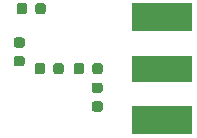
<source format=gtp>
G04 #@! TF.GenerationSoftware,KiCad,Pcbnew,5.1.6+dfsg1-1~bpo9+1*
G04 #@! TF.CreationDate,2022-04-04T20:18:43+02:00*
G04 #@! TF.ProjectId,sdrtrx-bias-t,73647274-7278-42d6-9269-61732d742e6b,rev?*
G04 #@! TF.SameCoordinates,Original*
G04 #@! TF.FileFunction,Paste,Top*
G04 #@! TF.FilePolarity,Positive*
%FSLAX46Y46*%
G04 Gerber Fmt 4.6, Leading zero omitted, Abs format (unit mm)*
G04 Created by KiCad (PCBNEW 5.1.6+dfsg1-1~bpo9+1) date 2022-04-04 20:18:43*
%MOMM*%
%LPD*%
G01*
G04 APERTURE LIST*
%ADD10R,5.080000X2.420000*%
%ADD11R,5.080000X2.290000*%
G04 APERTURE END LIST*
G36*
G01*
X95219000Y-63629250D02*
X95219000Y-63116750D01*
G75*
G02*
X95437750Y-62898000I218750J0D01*
G01*
X95875250Y-62898000D01*
G75*
G02*
X96094000Y-63116750I0J-218750D01*
G01*
X96094000Y-63629250D01*
G75*
G02*
X95875250Y-63848000I-218750J0D01*
G01*
X95437750Y-63848000D01*
G75*
G02*
X95219000Y-63629250I0J218750D01*
G01*
G37*
G36*
G01*
X93644000Y-63629250D02*
X93644000Y-63116750D01*
G75*
G02*
X93862750Y-62898000I218750J0D01*
G01*
X94300250Y-62898000D01*
G75*
G02*
X94519000Y-63116750I0J-218750D01*
G01*
X94519000Y-63629250D01*
G75*
G02*
X94300250Y-63848000I-218750J0D01*
G01*
X93862750Y-63848000D01*
G75*
G02*
X93644000Y-63629250I0J218750D01*
G01*
G37*
G36*
G01*
X100045000Y-68709250D02*
X100045000Y-68196750D01*
G75*
G02*
X100263750Y-67978000I218750J0D01*
G01*
X100701250Y-67978000D01*
G75*
G02*
X100920000Y-68196750I0J-218750D01*
G01*
X100920000Y-68709250D01*
G75*
G02*
X100701250Y-68928000I-218750J0D01*
G01*
X100263750Y-68928000D01*
G75*
G02*
X100045000Y-68709250I0J218750D01*
G01*
G37*
G36*
G01*
X98470000Y-68709250D02*
X98470000Y-68196750D01*
G75*
G02*
X98688750Y-67978000I218750J0D01*
G01*
X99126250Y-67978000D01*
G75*
G02*
X99345000Y-68196750I0J-218750D01*
G01*
X99345000Y-68709250D01*
G75*
G02*
X99126250Y-68928000I-218750J0D01*
G01*
X98688750Y-68928000D01*
G75*
G02*
X98470000Y-68709250I0J218750D01*
G01*
G37*
G36*
G01*
X100200750Y-71216000D02*
X100713250Y-71216000D01*
G75*
G02*
X100932000Y-71434750I0J-218750D01*
G01*
X100932000Y-71872250D01*
G75*
G02*
X100713250Y-72091000I-218750J0D01*
G01*
X100200750Y-72091000D01*
G75*
G02*
X99982000Y-71872250I0J218750D01*
G01*
X99982000Y-71434750D01*
G75*
G02*
X100200750Y-71216000I218750J0D01*
G01*
G37*
G36*
G01*
X100200750Y-69641000D02*
X100713250Y-69641000D01*
G75*
G02*
X100932000Y-69859750I0J-218750D01*
G01*
X100932000Y-70297250D01*
G75*
G02*
X100713250Y-70516000I-218750J0D01*
G01*
X100200750Y-70516000D01*
G75*
G02*
X99982000Y-70297250I0J218750D01*
G01*
X99982000Y-69859750D01*
G75*
G02*
X100200750Y-69641000I218750J0D01*
G01*
G37*
G36*
G01*
X94109250Y-66680500D02*
X93596750Y-66680500D01*
G75*
G02*
X93378000Y-66461750I0J218750D01*
G01*
X93378000Y-66024250D01*
G75*
G02*
X93596750Y-65805500I218750J0D01*
G01*
X94109250Y-65805500D01*
G75*
G02*
X94328000Y-66024250I0J-218750D01*
G01*
X94328000Y-66461750D01*
G75*
G02*
X94109250Y-66680500I-218750J0D01*
G01*
G37*
G36*
G01*
X94109250Y-68255500D02*
X93596750Y-68255500D01*
G75*
G02*
X93378000Y-68036750I0J218750D01*
G01*
X93378000Y-67599250D01*
G75*
G02*
X93596750Y-67380500I218750J0D01*
G01*
X94109250Y-67380500D01*
G75*
G02*
X94328000Y-67599250I0J-218750D01*
G01*
X94328000Y-68036750D01*
G75*
G02*
X94109250Y-68255500I-218750J0D01*
G01*
G37*
D10*
X105987000Y-64073000D03*
X105987000Y-72833000D03*
D11*
X105987000Y-68453000D03*
G36*
G01*
X96743000Y-68709250D02*
X96743000Y-68196750D01*
G75*
G02*
X96961750Y-67978000I218750J0D01*
G01*
X97399250Y-67978000D01*
G75*
G02*
X97618000Y-68196750I0J-218750D01*
G01*
X97618000Y-68709250D01*
G75*
G02*
X97399250Y-68928000I-218750J0D01*
G01*
X96961750Y-68928000D01*
G75*
G02*
X96743000Y-68709250I0J218750D01*
G01*
G37*
G36*
G01*
X95168000Y-68709250D02*
X95168000Y-68196750D01*
G75*
G02*
X95386750Y-67978000I218750J0D01*
G01*
X95824250Y-67978000D01*
G75*
G02*
X96043000Y-68196750I0J-218750D01*
G01*
X96043000Y-68709250D01*
G75*
G02*
X95824250Y-68928000I-218750J0D01*
G01*
X95386750Y-68928000D01*
G75*
G02*
X95168000Y-68709250I0J218750D01*
G01*
G37*
M02*

</source>
